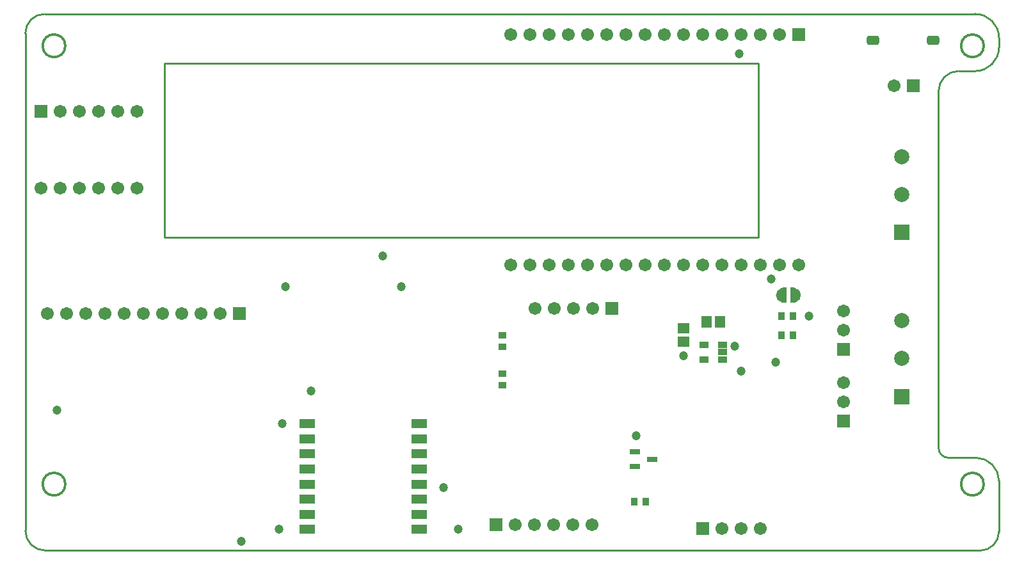
<source format=gts>
G04*
G04 #@! TF.GenerationSoftware,Altium Limited,Altium Designer,21.2.1 (34)*
G04*
G04 Layer_Color=8388736*
%FSLAX44Y44*%
%MOMM*%
G71*
G04*
G04 #@! TF.SameCoordinates,603A0A18-1311-4174-A4CB-90F12E54E7A9*
G04*
G04*
G04 #@! TF.FilePolarity,Negative*
G04*
G01*
G75*
%ADD11C,0.2540*%
%ADD15C,0.3000*%
%ADD16C,1.0000*%
%ADD17R,1.2032X1.2032*%
G04:AMPARAMS|DCode=18|XSize=1.7032mm|YSize=1.2032mm|CornerRadius=0.3516mm|HoleSize=0mm|Usage=FLASHONLY|Rotation=180.000|XOffset=0mm|YOffset=0mm|HoleType=Round|Shape=RoundedRectangle|*
%AMROUNDEDRECTD18*
21,1,1.7032,0.5000,0,0,180.0*
21,1,1.0000,1.2032,0,0,180.0*
1,1,0.7032,-0.5000,0.2500*
1,1,0.7032,0.5000,0.2500*
1,1,0.7032,0.5000,-0.2500*
1,1,0.7032,-0.5000,-0.2500*
%
%ADD18ROUNDEDRECTD18*%
%ADD19R,2.1532X1.2532*%
%ADD20R,1.3032X0.8532*%
%ADD21R,1.3532X0.8032*%
%ADD22R,0.9032X1.1032*%
%ADD23R,1.1032X0.9032*%
%ADD24R,1.4032X1.6032*%
%ADD25R,1.6032X1.4032*%
%ADD26R,0.5000X2.0000*%
%ADD27R,1.7032X1.7032*%
%ADD28C,1.7032*%
%ADD29R,2.0032X2.0032*%
%ADD30C,2.0032*%
%ADD31R,1.7032X1.7032*%
%ADD32C,1.2032*%
D11*
X1913011Y1480000D02*
G03*
X1937978Y1504966I0J24966D01*
G01*
X1938040Y2158600D02*
G03*
X1906640Y2190000I-31400J0D01*
G01*
X1937978Y1572309D02*
G03*
X1907515Y1602771I-30463J0D01*
G01*
X1884624Y2114464D02*
G03*
X1858160Y2088000I0J-26464D01*
G01*
X1858166Y1615620D02*
G03*
X1870866Y1602920I12700J0D01*
G01*
X1906640Y2114464D02*
G03*
X1938040Y2145864I0J31400D01*
G01*
X650000Y1506454D02*
G03*
X676454Y1480000I26455J0D01*
G01*
X675392Y2190000D02*
G03*
X650000Y2164608I0J-25392D01*
G01*
X834452Y2124645D02*
X1619451Y2124645D01*
X834452Y1894645D02*
X1619451Y1894645D01*
Y2124645D01*
X834452Y1894645D02*
Y2124645D01*
X676454Y1480000D02*
X1913011D01*
X1938040Y2145864D02*
Y2158600D01*
X675392Y2190000D02*
X1906640D01*
X1903863Y1602920D02*
X1907515D01*
X1884624Y2114464D02*
X1906640D01*
X1858000Y2088000D02*
X1858000Y1615620D01*
X1937978Y1504966D02*
Y1572309D01*
X1870866Y1602920D02*
X1903863D01*
X650000Y1506454D02*
X650000Y2164608D01*
D15*
X1917878Y2147934D02*
G03*
X1917878Y2147934I-15000J0D01*
G01*
Y1567934D02*
G03*
X1917878Y1567934I-15000J0D01*
G01*
X702878D02*
G03*
X702878Y1567934I-15000J0D01*
G01*
Y2147934D02*
G03*
X702878Y2147934I-15000J0D01*
G01*
D16*
X1652019Y1822903D02*
G03*
X1652019Y1813097I981J-4903D01*
G01*
X1666981D02*
G03*
X1666981Y1822903I-981J4903D01*
G01*
D17*
X1651000Y1818000D02*
D03*
X1668000D02*
D03*
D18*
X1850500Y2155039D02*
D03*
X1771500D02*
D03*
D19*
X1023000Y1648000D02*
D03*
Y1628000D02*
D03*
Y1608000D02*
D03*
Y1588000D02*
D03*
Y1568000D02*
D03*
Y1548000D02*
D03*
Y1528000D02*
D03*
Y1508000D02*
D03*
X1171000D02*
D03*
Y1528000D02*
D03*
Y1548000D02*
D03*
Y1568000D02*
D03*
Y1588000D02*
D03*
Y1608000D02*
D03*
Y1628000D02*
D03*
Y1648000D02*
D03*
D20*
X1572208Y1733054D02*
D03*
Y1742554D02*
D03*
Y1752054D02*
D03*
X1548208D02*
D03*
Y1733054D02*
D03*
D21*
X1456750Y1610500D02*
D03*
Y1591500D02*
D03*
X1479250Y1601000D02*
D03*
D22*
X1665500Y1790000D02*
D03*
X1650500D02*
D03*
X1470500Y1544692D02*
D03*
X1455500D02*
D03*
X1665500Y1765248D02*
D03*
X1650500D02*
D03*
D23*
X1280700Y1698679D02*
D03*
Y1713679D02*
D03*
X1280700Y1764500D02*
D03*
Y1749500D02*
D03*
D24*
X1551208Y1782954D02*
D03*
X1569208D02*
D03*
D25*
X1520691Y1756248D02*
D03*
Y1774248D02*
D03*
D26*
X1654500Y1818000D02*
D03*
X1664500Y1818000D02*
D03*
D27*
X1425800Y1800000D02*
D03*
X671031Y2061600D02*
D03*
X1272600Y1514000D02*
D03*
X1546000Y1509000D02*
D03*
X933200Y1794000D02*
D03*
X1673452Y2162645D02*
D03*
X1825000Y2094774D02*
D03*
D28*
X1400400Y1800000D02*
D03*
X1375000D02*
D03*
X1349600D02*
D03*
X1324200D02*
D03*
X671031Y1960000D02*
D03*
X798030D02*
D03*
X772630D02*
D03*
X747231D02*
D03*
X721831D02*
D03*
X696431D02*
D03*
Y2061600D02*
D03*
X721831D02*
D03*
X747231D02*
D03*
X772630D02*
D03*
X798030D02*
D03*
X1298000Y1514000D02*
D03*
X1323400D02*
D03*
X1348800D02*
D03*
X1374200D02*
D03*
X1399600D02*
D03*
X1571400Y1509000D02*
D03*
X1596800D02*
D03*
X1622200D02*
D03*
X679200Y1794000D02*
D03*
X704600D02*
D03*
X730000D02*
D03*
X755400D02*
D03*
X780800D02*
D03*
X806200D02*
D03*
X831600D02*
D03*
X857000D02*
D03*
X882400D02*
D03*
X907800D02*
D03*
X1292451Y1857645D02*
D03*
X1317852Y1857645D02*
D03*
X1343251Y1857645D02*
D03*
X1368651Y1857645D02*
D03*
X1394052D02*
D03*
X1419451Y1857645D02*
D03*
X1444852Y1857645D02*
D03*
X1470251Y1857645D02*
D03*
X1495652Y1857645D02*
D03*
X1521051D02*
D03*
X1546452D02*
D03*
X1571852D02*
D03*
X1597251D02*
D03*
X1622652D02*
D03*
X1648051Y1857645D02*
D03*
X1673452Y1857645D02*
D03*
X1648051Y2162645D02*
D03*
X1622652D02*
D03*
X1597251D02*
D03*
X1571852Y2162645D02*
D03*
X1546452Y2162645D02*
D03*
X1521051D02*
D03*
X1495652D02*
D03*
X1470251D02*
D03*
X1444852D02*
D03*
X1419451D02*
D03*
X1394052Y2162645D02*
D03*
X1368651Y2162645D02*
D03*
X1343251Y2162645D02*
D03*
X1317852Y2162645D02*
D03*
X1292451D02*
D03*
X1799600Y2094774D02*
D03*
X1732000Y1772000D02*
D03*
Y1797400D02*
D03*
Y1676400D02*
D03*
Y1701800D02*
D03*
D29*
X1809000Y1901000D02*
D03*
Y1684000D02*
D03*
D30*
Y1951000D02*
D03*
Y2001000D02*
D03*
Y1734000D02*
D03*
Y1784000D02*
D03*
D31*
X1732000Y1746600D02*
D03*
Y1651000D02*
D03*
D32*
X1520691Y1737554D02*
D03*
X691684Y1666055D02*
D03*
X1147000Y1829460D02*
D03*
X994000D02*
D03*
X990000Y1648000D02*
D03*
X1686360Y1790000D02*
D03*
X1637000Y1839000D02*
D03*
X1458250Y1632000D02*
D03*
X1028000Y1691000D02*
D03*
X1643000Y1729000D02*
D03*
X1588656Y1750804D02*
D03*
X1596800Y1717352D02*
D03*
X1594612Y2137664D02*
D03*
X935250Y1492000D02*
D03*
X1222887Y1508000D02*
D03*
X1203500Y1563558D02*
D03*
X1122790Y1869685D02*
D03*
X986000Y1508000D02*
D03*
M02*

</source>
